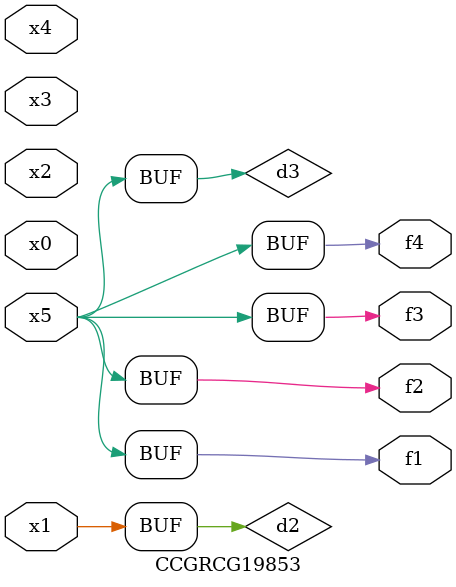
<source format=v>
module CCGRCG19853(
	input x0, x1, x2, x3, x4, x5,
	output f1, f2, f3, f4
);

	wire d1, d2, d3;

	not (d1, x5);
	or (d2, x1);
	xnor (d3, d1);
	assign f1 = d3;
	assign f2 = d3;
	assign f3 = d3;
	assign f4 = d3;
endmodule

</source>
